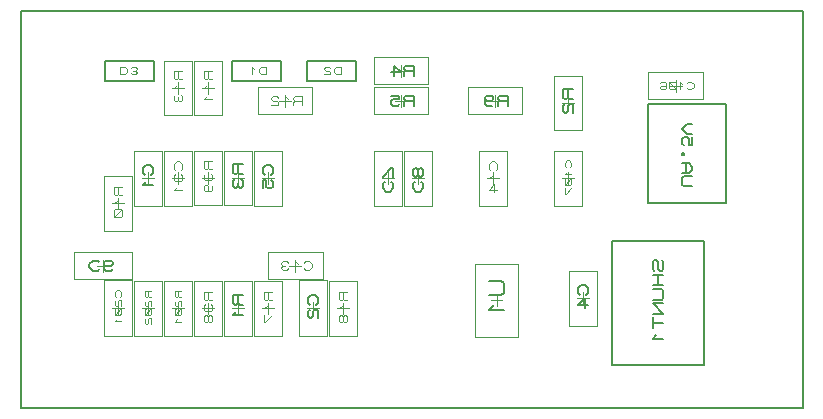
<source format=gbr>
G04 PROTEUS RS274X GERBER FILE*
%FSLAX45Y45*%
%MOMM*%
G01*
%ADD18C,0.203200*%
%ADD50C,0.050000*%
%ADD51C,0.141000*%
%ADD52C,0.116250*%
%ADD53C,0.100580*%
%ADD54C,0.138850*%
%ADD55C,0.095000*%
%ADD56C,0.093000*%
%ADD57C,0.118750*%
%ADD58C,0.150580*%
%ADD59C,0.208330*%
D18*
X-3108960Y+4765040D02*
X+3512000Y+4765040D01*
X+3512000Y+8128000D01*
X-3108960Y+8128000D01*
X-3108960Y+4765040D01*
D50*
X+1137000Y+7251000D02*
X+677000Y+7251000D01*
X+677000Y+7481000D01*
X+1137000Y+7481000D01*
X+1137000Y+7251000D01*
X+907000Y+7416000D02*
X+907000Y+7316000D01*
X+857000Y+7366000D02*
X+957000Y+7366000D01*
D51*
X+1019800Y+7323700D02*
X+1019800Y+7408300D01*
X+949300Y+7408300D01*
X+935200Y+7394200D01*
X+935200Y+7380100D01*
X+949300Y+7366000D01*
X+1019800Y+7366000D01*
X+949300Y+7366000D02*
X+935200Y+7351900D01*
X+935200Y+7323700D01*
X+822400Y+7380100D02*
X+836500Y+7366000D01*
X+878800Y+7366000D01*
X+892900Y+7380100D01*
X+892900Y+7394200D01*
X+878800Y+7408300D01*
X+836500Y+7408300D01*
X+822400Y+7394200D01*
X+822400Y+7337800D01*
X+836500Y+7323700D01*
X+878800Y+7323700D01*
D50*
X-2401000Y+6265000D02*
X-2401000Y+6725000D01*
X-2171000Y+6725000D01*
X-2171000Y+6265000D01*
X-2401000Y+6265000D01*
X-2236000Y+6495000D02*
X-2336000Y+6495000D01*
X-2286000Y+6545000D02*
X-2286000Y+6445000D01*
D52*
X-2251125Y+6634500D02*
X-2320875Y+6634500D01*
X-2320875Y+6576375D01*
X-2309250Y+6564750D01*
X-2297625Y+6564750D01*
X-2286000Y+6576375D01*
X-2286000Y+6634500D01*
X-2286000Y+6576375D02*
X-2274375Y+6564750D01*
X-2251125Y+6564750D01*
X-2297625Y+6518250D02*
X-2320875Y+6495000D01*
X-2251125Y+6495000D01*
X-2262750Y+6448500D02*
X-2309250Y+6448500D01*
X-2320875Y+6436875D01*
X-2320875Y+6390375D01*
X-2309250Y+6378750D01*
X-2262750Y+6378750D01*
X-2251125Y+6390375D01*
X-2251125Y+6436875D01*
X-2262750Y+6448500D01*
X-2251125Y+6448500D02*
X-2320875Y+6378750D01*
D50*
X-2171000Y+5854000D02*
X-2661000Y+5854000D01*
X-2661000Y+6084000D01*
X-2171000Y+6084000D01*
X-2171000Y+5854000D01*
X-2416000Y+6019000D02*
X-2416000Y+5919000D01*
X-2466000Y+5969000D02*
X-2366000Y+5969000D01*
D51*
X-2444200Y+5997200D02*
X-2458300Y+6011300D01*
X-2500600Y+6011300D01*
X-2528800Y+5983100D01*
X-2528800Y+5954900D01*
X-2500600Y+5926700D01*
X-2458300Y+5926700D01*
X-2444200Y+5940800D01*
X-2331400Y+5940800D02*
X-2345500Y+5926700D01*
X-2387800Y+5926700D01*
X-2401900Y+5940800D01*
X-2401900Y+5997200D01*
X-2387800Y+6011300D01*
X-2345500Y+6011300D01*
X-2331400Y+5997200D01*
X-2331400Y+5983100D01*
X-2345500Y+5969000D01*
X-2401900Y+5969000D01*
D50*
X+369000Y+6943000D02*
X+369000Y+6473000D01*
X+139000Y+6473000D01*
X+139000Y+6943000D01*
X+369000Y+6943000D01*
X+204000Y+6708000D02*
X+304000Y+6708000D01*
X+254000Y+6658000D02*
X+254000Y+6758000D01*
D51*
X+225800Y+6679800D02*
X+211700Y+6665700D01*
X+211700Y+6623400D01*
X+239900Y+6595200D01*
X+268100Y+6595200D01*
X+296300Y+6623400D01*
X+296300Y+6665700D01*
X+282200Y+6679800D01*
X+254000Y+6736200D02*
X+268100Y+6722100D01*
X+282200Y+6722100D01*
X+296300Y+6736200D01*
X+296300Y+6778500D01*
X+282200Y+6792600D01*
X+268100Y+6792600D01*
X+254000Y+6778500D01*
X+254000Y+6736200D01*
X+239900Y+6722100D01*
X+225800Y+6722100D01*
X+211700Y+6736200D01*
X+211700Y+6778500D01*
X+225800Y+6792600D01*
X+239900Y+6792600D01*
X+254000Y+6778500D01*
D50*
X+115000Y+6943000D02*
X+115000Y+6473000D01*
X-115000Y+6473000D01*
X-115000Y+6943000D01*
X+115000Y+6943000D01*
X-50000Y+6708000D02*
X+50000Y+6708000D01*
X+0Y+6658000D02*
X+0Y+6758000D01*
D51*
X-28200Y+6679800D02*
X-42300Y+6665700D01*
X-42300Y+6623400D01*
X-14100Y+6595200D01*
X+14100Y+6595200D01*
X+42300Y+6623400D01*
X+42300Y+6665700D01*
X+28200Y+6679800D01*
X+42300Y+6722100D02*
X+42300Y+6792600D01*
X+28200Y+6792600D01*
X-42300Y+6722100D01*
D50*
X-2147000Y+6473000D02*
X-2147000Y+6943000D01*
X-1917000Y+6943000D01*
X-1917000Y+6473000D01*
X-2147000Y+6473000D01*
X-1982000Y+6708000D02*
X-2082000Y+6708000D01*
X-2032000Y+6758000D02*
X-2032000Y+6658000D01*
D51*
X-2003800Y+6736200D02*
X-1989700Y+6750300D01*
X-1989700Y+6792600D01*
X-2017900Y+6820800D01*
X-2046100Y+6820800D01*
X-2074300Y+6792600D01*
X-2074300Y+6750300D01*
X-2060200Y+6736200D01*
X-2046100Y+6679800D02*
X-2074300Y+6651600D01*
X-1989700Y+6651600D01*
D50*
X+1409000Y+7118000D02*
X+1409000Y+7578000D01*
X+1639000Y+7578000D01*
X+1639000Y+7118000D01*
X+1409000Y+7118000D01*
X+1574000Y+7348000D02*
X+1474000Y+7348000D01*
X+1524000Y+7398000D02*
X+1524000Y+7298000D01*
D51*
X+1566300Y+7460800D02*
X+1481700Y+7460800D01*
X+1481700Y+7390300D01*
X+1495800Y+7376200D01*
X+1509900Y+7376200D01*
X+1524000Y+7390300D01*
X+1524000Y+7460800D01*
X+1524000Y+7390300D02*
X+1538100Y+7376200D01*
X+1566300Y+7376200D01*
X+1495800Y+7333900D02*
X+1481700Y+7319800D01*
X+1481700Y+7277500D01*
X+1495800Y+7263400D01*
X+1509900Y+7263400D01*
X+1524000Y+7277500D01*
X+1524000Y+7319800D01*
X+1538100Y+7333900D01*
X+1566300Y+7333900D01*
X+1566300Y+7263400D01*
D50*
X-1409000Y+7705000D02*
X-1409000Y+7245000D01*
X-1639000Y+7245000D01*
X-1639000Y+7705000D01*
X-1409000Y+7705000D01*
X-1574000Y+7475000D02*
X-1474000Y+7475000D01*
X-1524000Y+7425000D02*
X-1524000Y+7525000D01*
D52*
X-1489125Y+7614500D02*
X-1558875Y+7614500D01*
X-1558875Y+7556375D01*
X-1547250Y+7544750D01*
X-1535625Y+7544750D01*
X-1524000Y+7556375D01*
X-1524000Y+7614500D01*
X-1524000Y+7556375D02*
X-1512375Y+7544750D01*
X-1489125Y+7544750D01*
X-1535625Y+7498250D02*
X-1558875Y+7475000D01*
X-1489125Y+7475000D01*
X-1535625Y+7405250D02*
X-1558875Y+7382000D01*
X-1489125Y+7382000D01*
D50*
X-641000Y+7251000D02*
X-1101000Y+7251000D01*
X-1101000Y+7481000D01*
X-641000Y+7481000D01*
X-641000Y+7251000D01*
X-871000Y+7416000D02*
X-871000Y+7316000D01*
X-921000Y+7366000D02*
X-821000Y+7366000D01*
D52*
X-731500Y+7331125D02*
X-731500Y+7400875D01*
X-789625Y+7400875D01*
X-801250Y+7389250D01*
X-801250Y+7377625D01*
X-789625Y+7366000D01*
X-731500Y+7366000D01*
X-789625Y+7366000D02*
X-801250Y+7354375D01*
X-801250Y+7331125D01*
X-847750Y+7377625D02*
X-871000Y+7400875D01*
X-871000Y+7331125D01*
X-929125Y+7389250D02*
X-940750Y+7400875D01*
X-975625Y+7400875D01*
X-987250Y+7389250D01*
X-987250Y+7377625D01*
X-975625Y+7366000D01*
X-940750Y+7366000D01*
X-929125Y+7354375D01*
X-929125Y+7331125D01*
X-987250Y+7331125D01*
D50*
X-1663000Y+7705000D02*
X-1663000Y+7245000D01*
X-1893000Y+7245000D01*
X-1893000Y+7705000D01*
X-1663000Y+7705000D01*
X-1828000Y+7475000D02*
X-1728000Y+7475000D01*
X-1778000Y+7425000D02*
X-1778000Y+7525000D01*
D52*
X-1743125Y+7614500D02*
X-1812875Y+7614500D01*
X-1812875Y+7556375D01*
X-1801250Y+7544750D01*
X-1789625Y+7544750D01*
X-1778000Y+7556375D01*
X-1778000Y+7614500D01*
X-1778000Y+7556375D02*
X-1766375Y+7544750D01*
X-1743125Y+7544750D01*
X-1789625Y+7498250D02*
X-1812875Y+7475000D01*
X-1743125Y+7475000D01*
X-1801250Y+7416875D02*
X-1812875Y+7405250D01*
X-1812875Y+7370375D01*
X-1801250Y+7358750D01*
X-1789625Y+7358750D01*
X-1778000Y+7370375D01*
X-1766375Y+7358750D01*
X-1754750Y+7358750D01*
X-1743125Y+7370375D01*
X-1743125Y+7405250D01*
X-1754750Y+7416875D01*
X-1778000Y+7393625D02*
X-1778000Y+7370375D01*
D18*
X-1320800Y+7536180D02*
X-904240Y+7536180D01*
X-904240Y+7703820D01*
X-1320800Y+7703820D01*
X-1320800Y+7536180D01*
D53*
X-1032053Y+7589824D02*
X-1032053Y+7650175D01*
X-1072286Y+7650175D01*
X-1092403Y+7630058D01*
X-1092403Y+7609941D01*
X-1072286Y+7589824D01*
X-1032053Y+7589824D01*
X-1132636Y+7630058D02*
X-1152753Y+7650175D01*
X-1152753Y+7589824D01*
D18*
X-685800Y+7536180D02*
X-269240Y+7536180D01*
X-269240Y+7703820D01*
X-685800Y+7703820D01*
X-685800Y+7536180D01*
D53*
X-397053Y+7589824D02*
X-397053Y+7650175D01*
X-437286Y+7650175D01*
X-457403Y+7630058D01*
X-457403Y+7609941D01*
X-437286Y+7589824D01*
X-397053Y+7589824D01*
X-487578Y+7640116D02*
X-497636Y+7650175D01*
X-527811Y+7650175D01*
X-537870Y+7640116D01*
X-537870Y+7630058D01*
X-527811Y+7620000D01*
X-497636Y+7620000D01*
X-487578Y+7609941D01*
X-487578Y+7589824D01*
X-537870Y+7589824D01*
D18*
X-2397760Y+7536180D02*
X-1981200Y+7536180D01*
X-1981200Y+7703820D01*
X-2397760Y+7703820D01*
X-2397760Y+7536180D01*
D53*
X-2269947Y+7650176D02*
X-2269947Y+7589825D01*
X-2229714Y+7589825D01*
X-2209597Y+7609942D01*
X-2209597Y+7630059D01*
X-2229714Y+7650176D01*
X-2269947Y+7650176D01*
X-2179422Y+7599884D02*
X-2169364Y+7589825D01*
X-2139189Y+7589825D01*
X-2129130Y+7599884D01*
X-2129130Y+7609942D01*
X-2139189Y+7620000D01*
X-2129130Y+7630059D01*
X-2129130Y+7640117D01*
X-2139189Y+7650176D01*
X-2169364Y+7650176D01*
X-2179422Y+7640117D01*
X-2159305Y+7620000D02*
X-2139189Y+7620000D01*
D18*
X+2204720Y+6502400D02*
X+2865120Y+6502400D01*
X+2865120Y+7335520D01*
X+2204720Y+7335520D01*
X+2204720Y+6502400D01*
D54*
X+2576576Y+6641255D02*
X+2507149Y+6641255D01*
X+2493264Y+6655140D01*
X+2493264Y+6710681D01*
X+2507149Y+6724566D01*
X+2576576Y+6724566D01*
X+2493264Y+6752337D02*
X+2548805Y+6752337D01*
X+2576576Y+6780107D01*
X+2576576Y+6807878D01*
X+2548805Y+6835648D01*
X+2493264Y+6835648D01*
X+2521035Y+6752337D02*
X+2521035Y+6835648D01*
X+2507149Y+6905074D02*
X+2507149Y+6918960D01*
X+2493264Y+6918960D01*
X+2493264Y+6905074D01*
X+2507149Y+6905074D01*
X+2576576Y+7057812D02*
X+2576576Y+6988386D01*
X+2548805Y+6988386D01*
X+2548805Y+7043927D01*
X+2534920Y+7057812D01*
X+2507149Y+7057812D01*
X+2493264Y+7043927D01*
X+2493264Y+7002271D01*
X+2507149Y+6988386D01*
X+2576576Y+7085583D02*
X+2534920Y+7085583D01*
X+2493264Y+7127238D01*
X+2534920Y+7168894D01*
X+2576576Y+7168894D01*
D50*
X+2201000Y+7608000D02*
X+2671000Y+7608000D01*
X+2671000Y+7378000D01*
X+2201000Y+7378000D01*
X+2201000Y+7608000D01*
X+2436000Y+7443000D02*
X+2436000Y+7543000D01*
X+2486000Y+7493000D02*
X+2386000Y+7493000D01*
D55*
X+2531000Y+7474000D02*
X+2540500Y+7464500D01*
X+2569000Y+7464500D01*
X+2588000Y+7483500D01*
X+2588000Y+7502500D01*
X+2569000Y+7521500D01*
X+2540500Y+7521500D01*
X+2531000Y+7512000D01*
X+2493000Y+7502500D02*
X+2474000Y+7521500D01*
X+2474000Y+7464500D01*
X+2436000Y+7474000D02*
X+2436000Y+7512000D01*
X+2426500Y+7521500D01*
X+2388500Y+7521500D01*
X+2379000Y+7512000D01*
X+2379000Y+7474000D01*
X+2388500Y+7464500D01*
X+2426500Y+7464500D01*
X+2436000Y+7474000D01*
X+2436000Y+7464500D02*
X+2379000Y+7521500D01*
X+2303000Y+7512000D02*
X+2312500Y+7521500D01*
X+2341000Y+7521500D01*
X+2350500Y+7512000D01*
X+2350500Y+7474000D01*
X+2341000Y+7464500D01*
X+2312500Y+7464500D01*
X+2303000Y+7474000D01*
X+2303000Y+7483500D01*
X+2312500Y+7493000D01*
X+2350500Y+7493000D01*
D50*
X+1639000Y+6943000D02*
X+1639000Y+6473000D01*
X+1409000Y+6473000D01*
X+1409000Y+6943000D01*
X+1639000Y+6943000D01*
X+1474000Y+6708000D02*
X+1574000Y+6708000D01*
X+1524000Y+6658000D02*
X+1524000Y+6758000D01*
D55*
X+1543000Y+6803000D02*
X+1552500Y+6812500D01*
X+1552500Y+6841000D01*
X+1533500Y+6860000D01*
X+1514500Y+6860000D01*
X+1495500Y+6841000D01*
X+1495500Y+6812500D01*
X+1505000Y+6803000D01*
X+1514500Y+6765000D02*
X+1495500Y+6746000D01*
X+1552500Y+6746000D01*
X+1543000Y+6708000D02*
X+1505000Y+6708000D01*
X+1495500Y+6698500D01*
X+1495500Y+6660500D01*
X+1505000Y+6651000D01*
X+1543000Y+6651000D01*
X+1552500Y+6660500D01*
X+1552500Y+6698500D01*
X+1543000Y+6708000D01*
X+1552500Y+6708000D02*
X+1495500Y+6651000D01*
X+1495500Y+6622500D02*
X+1495500Y+6575000D01*
X+1505000Y+6575000D01*
X+1552500Y+6622500D01*
D50*
X-1663000Y+5836000D02*
X-1663000Y+5376000D01*
X-1893000Y+5376000D01*
X-1893000Y+5836000D01*
X-1663000Y+5836000D01*
X-1828000Y+5606000D02*
X-1728000Y+5606000D01*
X-1778000Y+5556000D02*
X-1778000Y+5656000D01*
D56*
X-1750100Y+5754800D02*
X-1805900Y+5754800D01*
X-1805900Y+5708300D01*
X-1796600Y+5699000D01*
X-1787300Y+5699000D01*
X-1778000Y+5708300D01*
X-1778000Y+5754800D01*
X-1778000Y+5708300D02*
X-1768700Y+5699000D01*
X-1750100Y+5699000D01*
X-1796600Y+5671100D02*
X-1805900Y+5661800D01*
X-1805900Y+5633900D01*
X-1796600Y+5624600D01*
X-1787300Y+5624600D01*
X-1778000Y+5633900D01*
X-1778000Y+5661800D01*
X-1768700Y+5671100D01*
X-1750100Y+5671100D01*
X-1750100Y+5624600D01*
X-1759400Y+5606000D02*
X-1796600Y+5606000D01*
X-1805900Y+5596700D01*
X-1805900Y+5559500D01*
X-1796600Y+5550200D01*
X-1759400Y+5550200D01*
X-1750100Y+5559500D01*
X-1750100Y+5596700D01*
X-1759400Y+5606000D01*
X-1750100Y+5606000D02*
X-1805900Y+5550200D01*
X-1787300Y+5513000D02*
X-1805900Y+5494400D01*
X-1750100Y+5494400D01*
D50*
X-2147000Y+5376000D02*
X-2147000Y+5836000D01*
X-1917000Y+5836000D01*
X-1917000Y+5376000D01*
X-2147000Y+5376000D01*
X-1982000Y+5606000D02*
X-2082000Y+5606000D01*
X-2032000Y+5656000D02*
X-2032000Y+5556000D01*
D56*
X-2004100Y+5754800D02*
X-2059900Y+5754800D01*
X-2059900Y+5708300D01*
X-2050600Y+5699000D01*
X-2041300Y+5699000D01*
X-2032000Y+5708300D01*
X-2032000Y+5754800D01*
X-2032000Y+5708300D02*
X-2022700Y+5699000D01*
X-2004100Y+5699000D01*
X-2050600Y+5671100D02*
X-2059900Y+5661800D01*
X-2059900Y+5633900D01*
X-2050600Y+5624600D01*
X-2041300Y+5624600D01*
X-2032000Y+5633900D01*
X-2032000Y+5661800D01*
X-2022700Y+5671100D01*
X-2004100Y+5671100D01*
X-2004100Y+5624600D01*
X-2013400Y+5606000D02*
X-2050600Y+5606000D01*
X-2059900Y+5596700D01*
X-2059900Y+5559500D01*
X-2050600Y+5550200D01*
X-2013400Y+5550200D01*
X-2004100Y+5559500D01*
X-2004100Y+5596700D01*
X-2013400Y+5606000D01*
X-2004100Y+5606000D02*
X-2059900Y+5550200D01*
X-2050600Y+5522300D02*
X-2059900Y+5513000D01*
X-2059900Y+5485100D01*
X-2050600Y+5475800D01*
X-2041300Y+5475800D01*
X-2032000Y+5485100D01*
X-2032000Y+5513000D01*
X-2022700Y+5522300D01*
X-2004100Y+5522300D01*
X-2004100Y+5475800D01*
D50*
X-2401000Y+5376000D02*
X-2401000Y+5846000D01*
X-2171000Y+5846000D01*
X-2171000Y+5376000D01*
X-2401000Y+5376000D01*
X-2236000Y+5611000D02*
X-2336000Y+5611000D01*
X-2286000Y+5661000D02*
X-2286000Y+5561000D01*
D55*
X-2267000Y+5706000D02*
X-2257500Y+5715500D01*
X-2257500Y+5744000D01*
X-2276500Y+5763000D01*
X-2295500Y+5763000D01*
X-2314500Y+5744000D01*
X-2314500Y+5715500D01*
X-2305000Y+5706000D01*
X-2305000Y+5677500D02*
X-2314500Y+5668000D01*
X-2314500Y+5639500D01*
X-2305000Y+5630000D01*
X-2295500Y+5630000D01*
X-2286000Y+5639500D01*
X-2286000Y+5668000D01*
X-2276500Y+5677500D01*
X-2257500Y+5677500D01*
X-2257500Y+5630000D01*
X-2267000Y+5611000D02*
X-2305000Y+5611000D01*
X-2314500Y+5601500D01*
X-2314500Y+5563500D01*
X-2305000Y+5554000D01*
X-2267000Y+5554000D01*
X-2257500Y+5563500D01*
X-2257500Y+5601500D01*
X-2267000Y+5611000D01*
X-2257500Y+5611000D02*
X-2314500Y+5554000D01*
X-2295500Y+5516000D02*
X-2314500Y+5497000D01*
X-2257500Y+5497000D01*
D50*
X-121000Y+7735000D02*
X+339000Y+7735000D01*
X+339000Y+7505000D01*
X-121000Y+7505000D01*
X-121000Y+7735000D01*
X+109000Y+7570000D02*
X+109000Y+7670000D01*
X+159000Y+7620000D02*
X+59000Y+7620000D01*
D51*
X+221800Y+7577700D02*
X+221800Y+7662300D01*
X+151300Y+7662300D01*
X+137200Y+7648200D01*
X+137200Y+7634100D01*
X+151300Y+7620000D01*
X+221800Y+7620000D01*
X+151300Y+7620000D02*
X+137200Y+7605900D01*
X+137200Y+7577700D01*
X+24400Y+7605900D02*
X+109000Y+7605900D01*
X+52600Y+7662300D01*
X+52600Y+7577700D01*
D50*
X-121000Y+7481000D02*
X+339000Y+7481000D01*
X+339000Y+7251000D01*
X-121000Y+7251000D01*
X-121000Y+7481000D01*
X+109000Y+7316000D02*
X+109000Y+7416000D01*
X+159000Y+7366000D02*
X+59000Y+7366000D01*
D51*
X+221800Y+7323700D02*
X+221800Y+7408300D01*
X+151300Y+7408300D01*
X+137200Y+7394200D01*
X+137200Y+7380100D01*
X+151300Y+7366000D01*
X+221800Y+7366000D01*
X+151300Y+7366000D02*
X+137200Y+7351900D01*
X+137200Y+7323700D01*
X+24400Y+7408300D02*
X+94900Y+7408300D01*
X+94900Y+7380100D01*
X+38500Y+7380100D01*
X+24400Y+7366000D01*
X+24400Y+7337800D01*
X+38500Y+7323700D01*
X+80800Y+7323700D01*
X+94900Y+7337800D01*
D50*
X-1409000Y+5836000D02*
X-1409000Y+5376000D01*
X-1639000Y+5376000D01*
X-1639000Y+5836000D01*
X-1409000Y+5836000D01*
X-1574000Y+5606000D02*
X-1474000Y+5606000D01*
X-1524000Y+5556000D02*
X-1524000Y+5656000D01*
D52*
X-1489125Y+5745500D02*
X-1558875Y+5745500D01*
X-1558875Y+5687375D01*
X-1547250Y+5675750D01*
X-1535625Y+5675750D01*
X-1524000Y+5687375D01*
X-1524000Y+5745500D01*
X-1524000Y+5687375D02*
X-1512375Y+5675750D01*
X-1489125Y+5675750D01*
X-1547250Y+5640875D02*
X-1558875Y+5629250D01*
X-1558875Y+5594375D01*
X-1547250Y+5582750D01*
X-1535625Y+5582750D01*
X-1524000Y+5594375D01*
X-1512375Y+5582750D01*
X-1500750Y+5582750D01*
X-1489125Y+5594375D01*
X-1489125Y+5629250D01*
X-1500750Y+5640875D01*
X-1524000Y+5617625D02*
X-1524000Y+5594375D01*
X-1524000Y+5536250D02*
X-1535625Y+5547875D01*
X-1547250Y+5547875D01*
X-1558875Y+5536250D01*
X-1558875Y+5501375D01*
X-1547250Y+5489750D01*
X-1535625Y+5489750D01*
X-1524000Y+5501375D01*
X-1524000Y+5536250D01*
X-1512375Y+5547875D01*
X-1500750Y+5547875D01*
X-1489125Y+5536250D01*
X-1489125Y+5501375D01*
X-1500750Y+5489750D01*
X-1512375Y+5489750D01*
X-1524000Y+5501375D01*
D50*
X-1409000Y+6943000D02*
X-1409000Y+6483000D01*
X-1639000Y+6483000D01*
X-1639000Y+6943000D01*
X-1409000Y+6943000D01*
X-1574000Y+6713000D02*
X-1474000Y+6713000D01*
X-1524000Y+6663000D02*
X-1524000Y+6763000D01*
D52*
X-1489125Y+6852500D02*
X-1558875Y+6852500D01*
X-1558875Y+6794375D01*
X-1547250Y+6782750D01*
X-1535625Y+6782750D01*
X-1524000Y+6794375D01*
X-1524000Y+6852500D01*
X-1524000Y+6794375D02*
X-1512375Y+6782750D01*
X-1489125Y+6782750D01*
X-1547250Y+6747875D02*
X-1558875Y+6736250D01*
X-1558875Y+6701375D01*
X-1547250Y+6689750D01*
X-1535625Y+6689750D01*
X-1524000Y+6701375D01*
X-1512375Y+6689750D01*
X-1500750Y+6689750D01*
X-1489125Y+6701375D01*
X-1489125Y+6736250D01*
X-1500750Y+6747875D01*
X-1524000Y+6724625D02*
X-1524000Y+6701375D01*
X-1535625Y+6596750D02*
X-1524000Y+6608375D01*
X-1524000Y+6643250D01*
X-1535625Y+6654875D01*
X-1547250Y+6654875D01*
X-1558875Y+6643250D01*
X-1558875Y+6608375D01*
X-1547250Y+6596750D01*
X-1500750Y+6596750D01*
X-1489125Y+6608375D01*
X-1489125Y+6643250D01*
D50*
X-1663000Y+6943000D02*
X-1663000Y+6473000D01*
X-1893000Y+6473000D01*
X-1893000Y+6943000D01*
X-1663000Y+6943000D01*
X-1828000Y+6708000D02*
X-1728000Y+6708000D01*
X-1778000Y+6658000D02*
X-1778000Y+6758000D01*
D57*
X-1754250Y+6779250D02*
X-1742375Y+6791125D01*
X-1742375Y+6826750D01*
X-1766125Y+6850500D01*
X-1789875Y+6850500D01*
X-1813625Y+6826750D01*
X-1813625Y+6791125D01*
X-1801750Y+6779250D01*
X-1801750Y+6743625D02*
X-1813625Y+6731750D01*
X-1813625Y+6696125D01*
X-1801750Y+6684250D01*
X-1789875Y+6684250D01*
X-1778000Y+6696125D01*
X-1766125Y+6684250D01*
X-1754250Y+6684250D01*
X-1742375Y+6696125D01*
X-1742375Y+6731750D01*
X-1754250Y+6743625D01*
X-1778000Y+6719875D02*
X-1778000Y+6696125D01*
X-1789875Y+6636750D02*
X-1813625Y+6613000D01*
X-1742375Y+6613000D01*
D50*
X-901000Y+5836000D02*
X-901000Y+5376000D01*
X-1131000Y+5376000D01*
X-1131000Y+5836000D01*
X-901000Y+5836000D01*
X-1066000Y+5606000D02*
X-966000Y+5606000D01*
X-1016000Y+5556000D02*
X-1016000Y+5656000D01*
D52*
X-981125Y+5745500D02*
X-1050875Y+5745500D01*
X-1050875Y+5687375D01*
X-1039250Y+5675750D01*
X-1027625Y+5675750D01*
X-1016000Y+5687375D01*
X-1016000Y+5745500D01*
X-1016000Y+5687375D02*
X-1004375Y+5675750D01*
X-981125Y+5675750D01*
X-1027625Y+5629250D02*
X-1050875Y+5606000D01*
X-981125Y+5606000D01*
X-1050875Y+5547875D02*
X-1050875Y+5489750D01*
X-1039250Y+5489750D01*
X-981125Y+5547875D01*
D50*
X-266000Y+5836000D02*
X-266000Y+5376000D01*
X-496000Y+5376000D01*
X-496000Y+5836000D01*
X-266000Y+5836000D01*
X-431000Y+5606000D02*
X-331000Y+5606000D01*
X-381000Y+5556000D02*
X-381000Y+5656000D01*
D52*
X-346125Y+5745500D02*
X-415875Y+5745500D01*
X-415875Y+5687375D01*
X-404250Y+5675750D01*
X-392625Y+5675750D01*
X-381000Y+5687375D01*
X-381000Y+5745500D01*
X-381000Y+5687375D02*
X-369375Y+5675750D01*
X-346125Y+5675750D01*
X-392625Y+5629250D02*
X-415875Y+5606000D01*
X-346125Y+5606000D01*
X-381000Y+5536250D02*
X-392625Y+5547875D01*
X-404250Y+5547875D01*
X-415875Y+5536250D01*
X-415875Y+5501375D01*
X-404250Y+5489750D01*
X-392625Y+5489750D01*
X-381000Y+5501375D01*
X-381000Y+5536250D01*
X-369375Y+5547875D01*
X-357750Y+5547875D01*
X-346125Y+5536250D01*
X-346125Y+5501375D01*
X-357750Y+5489750D01*
X-369375Y+5489750D01*
X-381000Y+5501375D01*
D50*
X-901000Y+6943000D02*
X-901000Y+6473000D01*
X-1131000Y+6473000D01*
X-1131000Y+6943000D01*
X-901000Y+6943000D01*
X-1066000Y+6708000D02*
X-966000Y+6708000D01*
X-1016000Y+6658000D02*
X-1016000Y+6758000D01*
D51*
X-987800Y+6736200D02*
X-973700Y+6750300D01*
X-973700Y+6792600D01*
X-1001900Y+6820800D01*
X-1030100Y+6820800D01*
X-1058300Y+6792600D01*
X-1058300Y+6750300D01*
X-1044200Y+6736200D01*
X-1058300Y+6623400D02*
X-1058300Y+6693900D01*
X-1030100Y+6693900D01*
X-1030100Y+6637500D01*
X-1016000Y+6623400D01*
X-987800Y+6623400D01*
X-973700Y+6637500D01*
X-973700Y+6679800D01*
X-987800Y+6693900D01*
D50*
X-1155000Y+5836000D02*
X-1155000Y+5376000D01*
X-1385000Y+5376000D01*
X-1385000Y+5836000D01*
X-1155000Y+5836000D01*
X-1320000Y+5606000D02*
X-1220000Y+5606000D01*
X-1270000Y+5556000D02*
X-1270000Y+5656000D01*
D51*
X-1227700Y+5718800D02*
X-1312300Y+5718800D01*
X-1312300Y+5648300D01*
X-1298200Y+5634200D01*
X-1284100Y+5634200D01*
X-1270000Y+5648300D01*
X-1270000Y+5718800D01*
X-1270000Y+5648300D02*
X-1255900Y+5634200D01*
X-1227700Y+5634200D01*
X-1284100Y+5577800D02*
X-1312300Y+5549600D01*
X-1227700Y+5549600D01*
D50*
X-1155000Y+6943000D02*
X-1155000Y+6483000D01*
X-1385000Y+6483000D01*
X-1385000Y+6943000D01*
X-1155000Y+6943000D01*
X-1320000Y+6713000D02*
X-1220000Y+6713000D01*
X-1270000Y+6663000D02*
X-1270000Y+6763000D01*
D51*
X-1227700Y+6825800D02*
X-1312300Y+6825800D01*
X-1312300Y+6755300D01*
X-1298200Y+6741200D01*
X-1284100Y+6741200D01*
X-1270000Y+6755300D01*
X-1270000Y+6825800D01*
X-1270000Y+6755300D02*
X-1255900Y+6741200D01*
X-1227700Y+6741200D01*
X-1298200Y+6698900D02*
X-1312300Y+6684800D01*
X-1312300Y+6642500D01*
X-1298200Y+6628400D01*
X-1284100Y+6628400D01*
X-1270000Y+6642500D01*
X-1255900Y+6628400D01*
X-1241800Y+6628400D01*
X-1227700Y+6642500D01*
X-1227700Y+6684800D01*
X-1241800Y+6698900D01*
X-1270000Y+6670700D02*
X-1270000Y+6642500D01*
D18*
X+1894840Y+5124450D02*
X+2677160Y+5124450D01*
X+2677160Y+6178550D01*
X+1894840Y+6178550D01*
X+1894840Y+5124450D01*
D58*
X+2316117Y+6012904D02*
X+2331175Y+5997846D01*
X+2331175Y+5937612D01*
X+2316117Y+5922553D01*
X+2301058Y+5922553D01*
X+2286000Y+5937612D01*
X+2286000Y+5997846D01*
X+2270941Y+6012904D01*
X+2255883Y+6012904D01*
X+2240824Y+5997846D01*
X+2240824Y+5937612D01*
X+2255883Y+5922553D01*
X+2331175Y+5892436D02*
X+2240824Y+5892436D01*
X+2240824Y+5802085D02*
X+2331175Y+5802085D01*
X+2286000Y+5892436D02*
X+2286000Y+5802085D01*
X+2240824Y+5771968D02*
X+2316117Y+5771968D01*
X+2331175Y+5756910D01*
X+2331175Y+5696676D01*
X+2316117Y+5681617D01*
X+2240824Y+5681617D01*
X+2331175Y+5651500D02*
X+2240824Y+5651500D01*
X+2331175Y+5561149D01*
X+2240824Y+5561149D01*
X+2240824Y+5531032D02*
X+2240824Y+5440681D01*
X+2240824Y+5485857D02*
X+2331175Y+5485857D01*
X+2270941Y+5380447D02*
X+2240824Y+5350330D01*
X+2331175Y+5350330D01*
D50*
X+738500Y+5366000D02*
X+738500Y+5986000D01*
X+1098500Y+5986000D01*
X+1098500Y+5366000D01*
X+738500Y+5366000D01*
X+968500Y+5676000D02*
X+868500Y+5676000D01*
X+918500Y+5726000D02*
X+918500Y+5626000D01*
D59*
X+856000Y+5842666D02*
X+960167Y+5842666D01*
X+981000Y+5821833D01*
X+981000Y+5738500D01*
X+960167Y+5717667D01*
X+856000Y+5717667D01*
X+897667Y+5634334D02*
X+856000Y+5592667D01*
X+981000Y+5592667D01*
D50*
X-520000Y+5846000D02*
X-520000Y+5376000D01*
X-750000Y+5376000D01*
X-750000Y+5846000D01*
X-520000Y+5846000D01*
X-685000Y+5611000D02*
X-585000Y+5611000D01*
X-635000Y+5561000D02*
X-635000Y+5661000D01*
D51*
X-606800Y+5639200D02*
X-592700Y+5653300D01*
X-592700Y+5695600D01*
X-620900Y+5723800D01*
X-649100Y+5723800D01*
X-677300Y+5695600D01*
X-677300Y+5653300D01*
X-663200Y+5639200D01*
X-663200Y+5596900D02*
X-677300Y+5582800D01*
X-677300Y+5540500D01*
X-663200Y+5526400D01*
X-649100Y+5526400D01*
X-635000Y+5540500D01*
X-635000Y+5582800D01*
X-620900Y+5596900D01*
X-592700Y+5596900D01*
X-592700Y+5526400D01*
D50*
X+1766000Y+5927000D02*
X+1766000Y+5457000D01*
X+1536000Y+5457000D01*
X+1536000Y+5927000D01*
X+1766000Y+5927000D01*
X+1601000Y+5692000D02*
X+1701000Y+5692000D01*
X+1651000Y+5642000D02*
X+1651000Y+5742000D01*
D51*
X+1679200Y+5720200D02*
X+1693300Y+5734300D01*
X+1693300Y+5776600D01*
X+1665100Y+5804800D01*
X+1636900Y+5804800D01*
X+1608700Y+5776600D01*
X+1608700Y+5734300D01*
X+1622800Y+5720200D01*
X+1665100Y+5607400D02*
X+1665100Y+5692000D01*
X+1608700Y+5635600D01*
X+1693300Y+5635600D01*
D50*
X-550000Y+5854000D02*
X-1020000Y+5854000D01*
X-1020000Y+6084000D01*
X-550000Y+6084000D01*
X-550000Y+5854000D01*
X-785000Y+6019000D02*
X-785000Y+5919000D01*
X-835000Y+5969000D02*
X-735000Y+5969000D01*
D57*
X-713750Y+5945250D02*
X-701875Y+5933375D01*
X-666250Y+5933375D01*
X-642500Y+5957125D01*
X-642500Y+5980875D01*
X-666250Y+6004625D01*
X-701875Y+6004625D01*
X-713750Y+5992750D01*
X-761250Y+5980875D02*
X-785000Y+6004625D01*
X-785000Y+5933375D01*
X-844375Y+5992750D02*
X-856250Y+6004625D01*
X-891875Y+6004625D01*
X-903750Y+5992750D01*
X-903750Y+5980875D01*
X-891875Y+5969000D01*
X-903750Y+5957125D01*
X-903750Y+5945250D01*
X-891875Y+5933375D01*
X-856250Y+5933375D01*
X-844375Y+5945250D01*
X-868125Y+5969000D02*
X-891875Y+5969000D01*
D50*
X+1004000Y+6943000D02*
X+1004000Y+6473000D01*
X+774000Y+6473000D01*
X+774000Y+6943000D01*
X+1004000Y+6943000D01*
X+839000Y+6708000D02*
X+939000Y+6708000D01*
X+889000Y+6658000D02*
X+889000Y+6758000D01*
D57*
X+912750Y+6779250D02*
X+924625Y+6791125D01*
X+924625Y+6826750D01*
X+900875Y+6850500D01*
X+877125Y+6850500D01*
X+853375Y+6826750D01*
X+853375Y+6791125D01*
X+865250Y+6779250D01*
X+877125Y+6731750D02*
X+853375Y+6708000D01*
X+924625Y+6708000D01*
X+900875Y+6589250D02*
X+900875Y+6660500D01*
X+853375Y+6613000D01*
X+924625Y+6613000D01*
M02*

</source>
